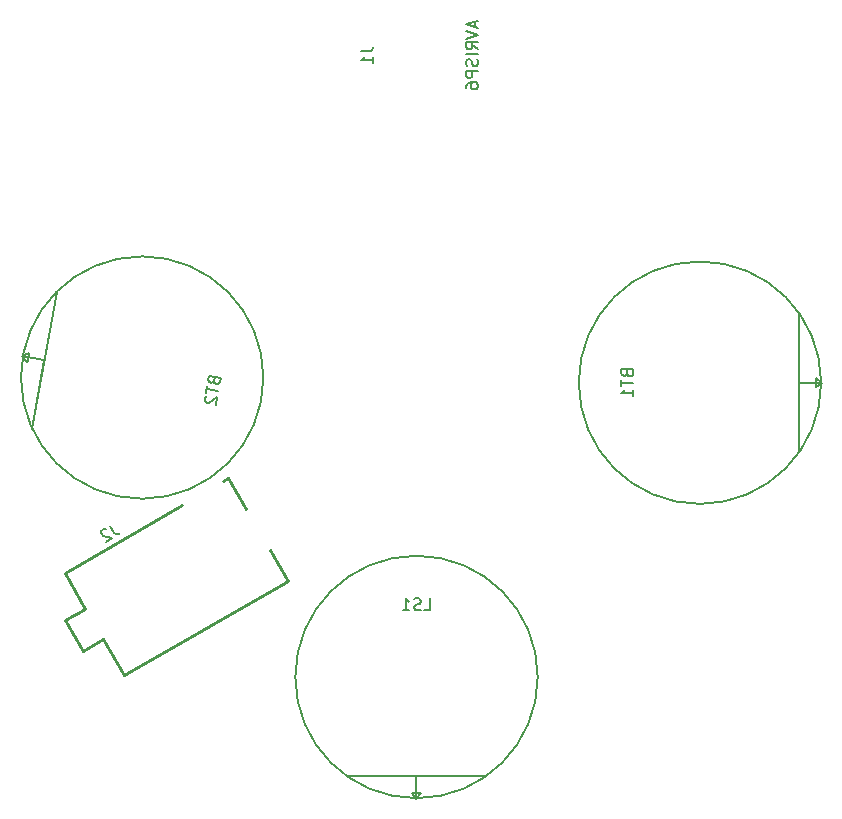
<source format=gbo>
G04 #@! TF.FileFunction,Legend,Bot*
%FSLAX46Y46*%
G04 Gerber Fmt 4.6, Leading zero omitted, Abs format (unit mm)*
G04 Created by KiCad (PCBNEW 4.0.7-e2-6376~58~ubuntu16.04.1) date Tue Oct 31 02:22:27 2017*
%MOMM*%
%LPD*%
G01*
G04 APERTURE LIST*
%ADD10C,0.100000*%
%ADD11C,0.150000*%
%ADD12C,0.250000*%
G04 APERTURE END LIST*
D10*
D11*
X-31824942Y6659105D02*
X-32849466Y848739D01*
X-32849466Y848739D02*
X-30800418Y12469470D01*
X-31824942Y6659105D02*
X-33696077Y6989036D01*
X-33696077Y6989036D02*
X-33134214Y7296135D01*
X-33134214Y7296135D02*
X-33255767Y6606770D01*
X-33255767Y6606770D02*
X-33273132Y6508289D01*
X-33273132Y6508289D02*
X-33696077Y6989036D01*
X-13290978Y5200460D02*
G75*
G03X-13290978Y5200460I-10261579J0D01*
G01*
X32072443Y4765460D02*
X32072443Y10665460D01*
X32072443Y10665460D02*
X32072443Y-1134540D01*
X32072443Y4765460D02*
X33972443Y4765460D01*
X33972443Y4765460D02*
X33472443Y4365460D01*
X33472443Y4365460D02*
X33472443Y5065460D01*
X33472443Y5065460D02*
X33472443Y5165460D01*
X33472443Y5165460D02*
X33972443Y4765460D01*
X33934022Y4765460D02*
G75*
G03X33934022Y4765460I-10261579J0D01*
G01*
X-325000Y-28550000D02*
X5575000Y-28550000D01*
X5575000Y-28550000D02*
X-6225000Y-28550000D01*
X-325000Y-28550000D02*
X-325000Y-30450000D01*
X-325000Y-30450000D02*
X-725000Y-29950000D01*
X-725000Y-29950000D02*
X-25000Y-29950000D01*
X-25000Y-29950000D02*
X75000Y-29950000D01*
X75000Y-29950000D02*
X-325000Y-30450000D01*
X9936579Y-20150000D02*
G75*
G03X9936579Y-20150000I-10261579J0D01*
G01*
D12*
X-20142051Y-5584873D02*
X-30101343Y-11334873D01*
X-14744936Y-5932949D02*
X-16244936Y-3334873D01*
X-16244936Y-3334873D02*
X-16677949Y-3584873D01*
X-30101343Y-11334873D02*
X-28351343Y-14365962D01*
X-28351343Y-14365962D02*
X-30083394Y-15365962D01*
X-30083394Y-15365962D02*
X-28583394Y-17964038D01*
X-28583394Y-17964038D02*
X-26851343Y-16964038D01*
X-26851343Y-16964038D02*
X-25101343Y-19995127D01*
X-25101343Y-19995127D02*
X-11244936Y-11995127D01*
X-11244936Y-11995127D02*
X-12744936Y-9397051D01*
D11*
X-17479136Y4927387D02*
X-17457047Y4778431D01*
X-17418420Y4723266D01*
X-17332898Y4659833D01*
X-17192211Y4635026D01*
X-17090151Y4665384D01*
X-17034986Y4704010D01*
X-16971553Y4789533D01*
X-16905401Y5164698D01*
X-17890209Y5338346D01*
X-17948092Y5010076D01*
X-17917734Y4908016D01*
X-17879107Y4852852D01*
X-17793585Y4789418D01*
X-17699794Y4772880D01*
X-17597734Y4803238D01*
X-17542569Y4841865D01*
X-17479136Y4927387D01*
X-17421253Y5255657D01*
X-18039050Y4494225D02*
X-18138278Y3931477D01*
X-17103856Y4039204D02*
X-18088664Y4212852D01*
X-18094100Y3633566D02*
X-18149265Y3594940D01*
X-18212698Y3509417D01*
X-18254043Y3274939D01*
X-18223686Y3172879D01*
X-18185059Y3117714D01*
X-18099537Y3054281D01*
X-18005746Y3037743D01*
X-17856790Y3059831D01*
X-17194815Y3523351D01*
X-17302311Y2913708D01*
X17501014Y5551174D02*
X17548633Y5408317D01*
X17596253Y5360698D01*
X17691491Y5313079D01*
X17834348Y5313079D01*
X17929586Y5360698D01*
X17977205Y5408317D01*
X18024824Y5503555D01*
X18024824Y5884508D01*
X17024824Y5884508D01*
X17024824Y5551174D01*
X17072443Y5455936D01*
X17120062Y5408317D01*
X17215300Y5360698D01*
X17310538Y5360698D01*
X17405776Y5408317D01*
X17453395Y5455936D01*
X17501014Y5551174D01*
X17501014Y5884508D01*
X17024824Y5027365D02*
X17024824Y4455936D01*
X18024824Y4741651D02*
X17024824Y4741651D01*
X18024824Y3598793D02*
X18024824Y4170222D01*
X18024824Y3884508D02*
X17024824Y3884508D01*
X17167681Y3979746D01*
X17262919Y4074984D01*
X17310538Y4170222D01*
X317857Y-14502382D02*
X794048Y-14502382D01*
X794048Y-13502382D01*
X32143Y-14454763D02*
X-110714Y-14502382D01*
X-348810Y-14502382D01*
X-444048Y-14454763D01*
X-491667Y-14407144D01*
X-539286Y-14311906D01*
X-539286Y-14216668D01*
X-491667Y-14121430D01*
X-444048Y-14073811D01*
X-348810Y-14026191D01*
X-158333Y-13978572D01*
X-63095Y-13930953D01*
X-15476Y-13883334D01*
X32143Y-13788096D01*
X32143Y-13692858D01*
X-15476Y-13597620D01*
X-63095Y-13550001D01*
X-158333Y-13502382D01*
X-396429Y-13502382D01*
X-539286Y-13550001D01*
X-1491667Y-14502382D02*
X-920238Y-14502382D01*
X-1205952Y-14502382D02*
X-1205952Y-13502382D01*
X-1110714Y-13645239D01*
X-1015476Y-13740477D01*
X-920238Y-13788096D01*
X-26256351Y-7327930D02*
X-25899208Y-7946519D01*
X-25786539Y-8046427D01*
X-25656441Y-8081287D01*
X-25508914Y-8051097D01*
X-25426436Y-8003478D01*
X-26579885Y-7624694D02*
X-26644934Y-7607264D01*
X-26751222Y-7613644D01*
X-26957419Y-7732692D01*
X-27016088Y-7821550D01*
X-27033518Y-7886599D01*
X-27027138Y-7992887D01*
X-26979519Y-8075365D01*
X-26866851Y-8175273D01*
X-26086265Y-8384431D01*
X-26622376Y-8693955D01*
X-5017620Y32808333D02*
X-4303334Y32808333D01*
X-4160477Y32855953D01*
X-4065239Y32951191D01*
X-4017620Y33094048D01*
X-4017620Y33189286D01*
X-4017620Y31808333D02*
X-4017620Y32379762D01*
X-4017620Y32094048D02*
X-5017620Y32094048D01*
X-4874763Y32189286D01*
X-4779525Y32284524D01*
X-4731906Y32379762D01*
X4586668Y35332143D02*
X4586668Y34855952D01*
X4872382Y35427381D02*
X3872382Y35094048D01*
X4872382Y34760714D01*
X3872382Y34570238D02*
X4872382Y34236905D01*
X3872382Y33903571D01*
X4872382Y32998809D02*
X4396191Y33332143D01*
X4872382Y33570238D02*
X3872382Y33570238D01*
X3872382Y33189285D01*
X3920001Y33094047D01*
X3967620Y33046428D01*
X4062858Y32998809D01*
X4205715Y32998809D01*
X4300953Y33046428D01*
X4348572Y33094047D01*
X4396191Y33189285D01*
X4396191Y33570238D01*
X4872382Y32570238D02*
X3872382Y32570238D01*
X4824763Y32141667D02*
X4872382Y31998810D01*
X4872382Y31760714D01*
X4824763Y31665476D01*
X4777144Y31617857D01*
X4681906Y31570238D01*
X4586668Y31570238D01*
X4491430Y31617857D01*
X4443811Y31665476D01*
X4396191Y31760714D01*
X4348572Y31951191D01*
X4300953Y32046429D01*
X4253334Y32094048D01*
X4158096Y32141667D01*
X4062858Y32141667D01*
X3967620Y32094048D01*
X3920001Y32046429D01*
X3872382Y31951191D01*
X3872382Y31713095D01*
X3920001Y31570238D01*
X4872382Y31141667D02*
X3872382Y31141667D01*
X3872382Y30760714D01*
X3920001Y30665476D01*
X3967620Y30617857D01*
X4062858Y30570238D01*
X4205715Y30570238D01*
X4300953Y30617857D01*
X4348572Y30665476D01*
X4396191Y30760714D01*
X4396191Y31141667D01*
X3872382Y29713095D02*
X3872382Y29903572D01*
X3920001Y29998810D01*
X3967620Y30046429D01*
X4110477Y30141667D01*
X4300953Y30189286D01*
X4681906Y30189286D01*
X4777144Y30141667D01*
X4824763Y30094048D01*
X4872382Y29998810D01*
X4872382Y29808333D01*
X4824763Y29713095D01*
X4777144Y29665476D01*
X4681906Y29617857D01*
X4443811Y29617857D01*
X4348572Y29665476D01*
X4300953Y29713095D01*
X4253334Y29808333D01*
X4253334Y29998810D01*
X4300953Y30094048D01*
X4348572Y30141667D01*
X4443811Y30189286D01*
M02*

</source>
